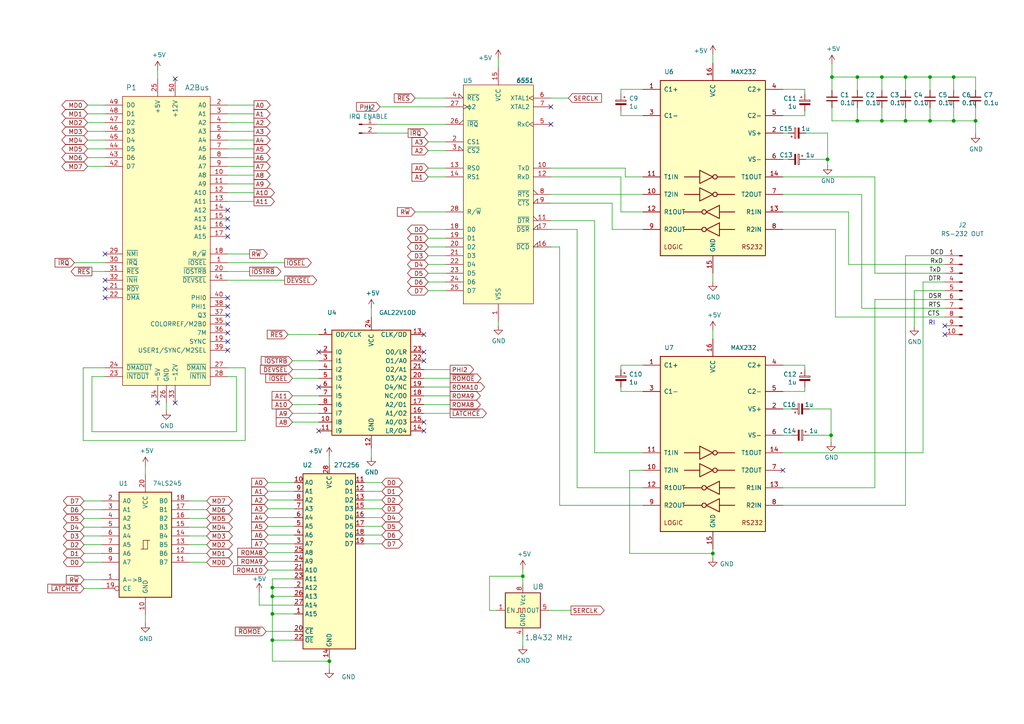
<source format=kicad_sch>
(kicad_sch (version 20230121) (generator eeschema)
  (paper "A4")
  (lib_symbols
    (symbol "65xx:6551" (pin_names (offset 1.016))
      (property "Reference" "U" (at -10.16 33.02 0))
      (property "Value" "6551" (at 0 0 90))
      (symbol "6551_1_1"
        (pin power_in line (at 0 -36.83 90) (length 5.08) (name "VSS") (number "1"))
        (pin output line (at 15.24 7.62 180) (length 5.08) (name "TxD") (number "10"))
        (pin output output_low (at 15.24 -7.62 180) (length 5.08) (name "~{DTR}") (number "11"))
        (pin input line (at 15.24 5.08 180) (length 5.08) (name "RxD") (number "12"))
        (pin input line (at -15.24 7.62 0) (length 5.08) (name "RS0") (number "13"))
        (pin input line (at -15.24 5.08 0) (length 5.08) (name "RS1") (number "14"))
        (pin power_in line (at 0 36.83 270) (length 5.08) (name "VCC") (number "15"))
        (pin input input_low (at 15.24 -15.24 180) (length 5.08) (name "~{DCD}") (number "16"))
        (pin input input_low (at 15.24 -10.16 180) (length 5.08) (name "~{DSR}") (number "17"))
        (pin bidirectional line (at -15.24 -10.16 0) (length 5.08) (name "D0") (number "18"))
        (pin bidirectional line (at -15.24 -12.7 0) (length 5.08) (name "D1") (number "19"))
        (pin input line (at -15.24 15.24 0) (length 5.08) (name "CS1") (number "2"))
        (pin bidirectional line (at -15.24 -15.24 0) (length 5.08) (name "D2") (number "20"))
        (pin bidirectional line (at -15.24 -17.78 0) (length 5.08) (name "D3") (number "21"))
        (pin bidirectional line (at -15.24 -20.32 0) (length 5.08) (name "D4") (number "22"))
        (pin bidirectional line (at -15.24 -22.86 0) (length 5.08) (name "D5") (number "23"))
        (pin bidirectional line (at -15.24 -25.4 0) (length 5.08) (name "D6") (number "24"))
        (pin bidirectional line (at -15.24 -27.94 0) (length 5.08) (name "D7") (number "25"))
        (pin open_collector output_low (at -15.24 20.32 0) (length 5.08) (name "~{IRQ}") (number "26"))
        (pin input clock (at -15.24 25.4 0) (length 5.08) (name "ϕ2") (number "27"))
        (pin input line (at -15.24 -5.08 0) (length 5.08) (name "R/~{W}") (number "28"))
        (pin input input_low (at -15.24 12.7 0) (length 5.08) (name "~{CS2}") (number "3"))
        (pin input input_low (at -15.24 27.94 0) (length 5.08) (name "~{RES}") (number "4"))
        (pin bidirectional clock (at 15.24 20.32 180) (length 5.08) (name "RxC") (number "5"))
        (pin input clock (at 15.24 27.94 180) (length 5.08) (name "XTAL1") (number "6"))
        (pin output line (at 15.24 25.4 180) (length 5.08) (name "XTAL2") (number "7"))
        (pin output output_low (at 15.24 0 180) (length 5.08) (name "~{RTS}") (number "8"))
        (pin input input_low (at 15.24 -2.54 180) (length 5.08) (name "~{CTS}") (number "9"))
      )
    )
    (symbol "74xx:74HC245" (pin_names (offset 1.016))
      (property "Reference" "U" (at -7.62 16.51 0))
      (property "Value" "74HC245" (at -7.62 -16.51 0))
      (symbol "74HC245_1_0"
        (pin input line (at -12.7 -10.16 0) (length 5.08) (name "A->B") (number "1"))
        (pin power_in line (at 0 -20.32 90) (length 5.08) (name "GND") (number "10"))
        (pin tri_state line (at 12.7 -5.08 180) (length 5.08) (name "B7") (number "11"))
        (pin tri_state line (at 12.7 -2.54 180) (length 5.08) (name "B6") (number "12"))
        (pin tri_state line (at 12.7 0 180) (length 5.08) (name "B5") (number "13"))
        (pin tri_state line (at 12.7 2.54 180) (length 5.08) (name "B4") (number "14"))
        (pin tri_state line (at 12.7 5.08 180) (length 5.08) (name "B3") (number "15"))
        (pin tri_state line (at 12.7 7.62 180) (length 5.08) (name "B2") (number "16"))
        (pin tri_state line (at 12.7 10.16 180) (length 5.08) (name "B1") (number "17"))
        (pin tri_state line (at 12.7 12.7 180) (length 5.08) (name "B0") (number "18"))
        (pin input inverted (at -12.7 -12.7 0) (length 5.08) (name "CE") (number "19"))
        (pin tri_state line (at -12.7 12.7 0) (length 5.08) (name "A0") (number "2"))
        (pin power_in line (at 0 20.32 270) (length 5.08) (name "VCC") (number "20"))
        (pin tri_state line (at -12.7 10.16 0) (length 5.08) (name "A1") (number "3"))
        (pin tri_state line (at -12.7 7.62 0) (length 5.08) (name "A2") (number "4"))
        (pin tri_state line (at -12.7 5.08 0) (length 5.08) (name "A3") (number "5"))
        (pin tri_state line (at -12.7 2.54 0) (length 5.08) (name "A4") (number "6"))
        (pin tri_state line (at -12.7 0 0) (length 5.08) (name "A5") (number "7"))
        (pin tri_state line (at -12.7 -2.54 0) (length 5.08) (name "A6") (number "8"))
        (pin tri_state line (at -12.7 -5.08 0) (length 5.08) (name "A7") (number "9"))
      )
    )
    (symbol "Connector:Conn_01x02_Pin" (pin_names (offset 1.016) hide)
      (property "Reference" "J" (at 0 2.54 0))
      (property "Value" "Conn_01x02_Pin" (at 0 -5.08 0))
      (symbol "Conn_01x02_Pin_1_1"
        (pin passive line (at 5.08 0 180) (length 3.81) (name "Pin_1") (number "1"))
        (pin passive line (at 5.08 -2.54 180) (length 3.81) (name "Pin_2") (number "2"))
      )
    )
    (symbol "Connector:Conn_01x10_Pin" (pin_names (offset 1.016) hide)
      (property "Reference" "J" (at 0 12.7 0))
      (property "Value" "Conn_01x10_Pin" (at 0 -15.24 0))
      (symbol "Conn_01x10_Pin_1_1"
        (pin passive line (at 5.08 10.16 180) (length 3.81) (name "Pin_1") (number "1"))
        (pin passive line (at 5.08 -12.7 180) (length 3.81) (name "Pin_10") (number "10"))
        (pin passive line (at 5.08 7.62 180) (length 3.81) (name "Pin_2") (number "2"))
        (pin passive line (at 5.08 5.08 180) (length 3.81) (name "Pin_3") (number "3"))
        (pin passive line (at 5.08 2.54 180) (length 3.81) (name "Pin_4") (number "4"))
        (pin passive line (at 5.08 0 180) (length 3.81) (name "Pin_5") (number "5"))
        (pin passive line (at 5.08 -2.54 180) (length 3.81) (name "Pin_6") (number "6"))
        (pin passive line (at 5.08 -5.08 180) (length 3.81) (name "Pin_7") (number "7"))
        (pin passive line (at 5.08 -7.62 180) (length 3.81) (name "Pin_8") (number "8"))
        (pin passive line (at 5.08 -10.16 180) (length 3.81) (name "Pin_9") (number "9"))
      )
    )
    (symbol "Device:C_Polarized_Small" (pin_numbers hide) (pin_names (offset 0.254) hide)
      (property "Reference" "C" (at 0.254 1.778 0))
      (property "Value" "C_Polarized_Small" (at 0.254 -2.032 0))
      (symbol "C_Polarized_Small_1_1"
        (pin passive line (at 0 2.54 270) (length 1.8542) (name "~") (number "1"))
        (pin passive line (at 0 -2.54 90) (length 1.8542) (name "~") (number "2"))
      )
    )
    (symbol "Device:C_Small" (pin_numbers hide) (pin_names (offset 0.254) hide)
      (property "Reference" "C" (at 0.254 1.778 0))
      (property "Value" "C_Small" (at 0.254 -2.032 0))
      (symbol "C_Small_1_1"
        (pin passive line (at 0 2.54 270) (length 2.032) (name "~") (number "1"))
        (pin passive line (at 0 -2.54 90) (length 2.032) (name "~") (number "2"))
      )
    )
    (symbol "Interface_UART:MAX232" (pin_names (offset 1.016))
      (property "Reference" "U" (at -2.54 28.575 0))
      (property "Value" "MAX232" (at -2.54 26.67 0))
      (symbol "MAX232_0_0"
        (text "LOGIC" (at -11.43 -22.86 0) (effects (font (size 1.27 1.27))))
        (text "RS232" (at 11.43 -22.86 0) (effects (font (size 1.27 1.27))))
      )
      (symbol "MAX232_1_1"
        (pin passive line (at -20.32 22.86 0) (length 5.08) (name "C1+") (number "1"))
        (pin input line (at -20.32 -7.62 0) (length 5.08) (name "T2IN") (number "10"))
        (pin input line (at -20.32 -2.54 0) (length 5.08) (name "T1IN") (number "11"))
        (pin output line (at -20.32 -12.7 0) (length 5.08) (name "R1OUT") (number "12"))
        (pin input line (at 20.32 -12.7 180) (length 5.08) (name "R1IN") (number "13"))
        (pin output line (at 20.32 -2.54 180) (length 5.08) (name "T1OUT") (number "14"))
        (pin power_in line (at 0 -30.48 90) (length 5.08) (name "GND") (number "15"))
        (pin power_in line (at 0 30.48 270) (length 5.08) (name "VCC") (number "16"))
        (pin power_out line (at 20.32 10.16 180) (length 5.08) (name "VS+") (number "2"))
        (pin passive line (at -20.32 15.24 0) (length 5.08) (name "C1-") (number "3"))
        (pin passive line (at 20.32 22.86 180) (length 5.08) (name "C2+") (number "4"))
        (pin passive line (at 20.32 15.24 180) (length 5.08) (name "C2-") (number "5"))
        (pin power_out line (at 20.32 2.54 180) (length 5.08) (name "VS-") (number "6"))
        (pin output line (at 20.32 -7.62 180) (length 5.08) (name "T2OUT") (number "7"))
        (pin input line (at 20.32 -17.78 180) (length 5.08) (name "R2IN") (number "8"))
        (pin output line (at -20.32 -17.78 0) (length 5.08) (name "R2OUT") (number "9"))
      )
    )
    (symbol "Logic_Programmable:PAL24" (pin_names (offset 1.016))
      (property "Reference" "U" (at -11.938 17.526 0))
      (property "Value" "PAL24" (at 9.906 17.526 0))
      (symbol "PAL24_1_1"
        (pin passive line (at -15.24 15.24 0) (length 3.81) (name "OD/CLK") (number "1"))
        (pin passive line (at -15.24 -10.16 0) (length 3.81) (name "I8") (number "10"))
        (pin passive line (at -15.24 -12.7 0) (length 3.81) (name "I9") (number "11"))
        (pin passive line (at 0 -17.78 90) (length 3.81) (name "GND") (number "12"))
        (pin passive line (at 15.24 15.24 180) (length 3.81) (name "CLK/OD") (number "13"))
        (pin passive line (at 15.24 -12.7 180) (length 3.81) (name "LR/O4") (number "14"))
        (pin passive line (at 15.24 -10.16 180) (length 3.81) (name "A0/O3") (number "15"))
        (pin passive line (at 15.24 -7.62 180) (length 3.81) (name "A1/O2") (number "16"))
        (pin passive line (at 15.24 -5.08 180) (length 3.81) (name "A2/O1") (number "17"))
        (pin passive line (at 15.24 -2.54 180) (length 3.81) (name "NC/O0") (number "18"))
        (pin passive line (at 15.24 0 180) (length 3.81) (name "O4/NC") (number "19"))
        (pin passive line (at -15.24 10.16 0) (length 3.81) (name "I0") (number "2"))
        (pin passive line (at 15.24 2.54 180) (length 3.81) (name "O3/A2") (number "20"))
        (pin passive line (at 15.24 5.08 180) (length 3.81) (name "O2/A1") (number "21"))
        (pin passive line (at 15.24 7.62 180) (length 3.81) (name "O1/A0") (number "22"))
        (pin passive line (at 15.24 10.16 180) (length 3.81) (name "O0/LR") (number "23"))
        (pin passive line (at 0 20.32 270) (length 3.81) (name "VCC") (number "24"))
        (pin passive line (at -15.24 7.62 0) (length 3.81) (name "I1") (number "3"))
        (pin passive line (at -15.24 5.08 0) (length 3.81) (name "I2") (number "4"))
        (pin passive line (at -15.24 2.54 0) (length 3.81) (name "I3") (number "5"))
        (pin passive line (at -15.24 0 0) (length 3.81) (name "I4") (number "6"))
        (pin passive line (at -15.24 -2.54 0) (length 3.81) (name "I5") (number "7"))
        (pin passive line (at -15.24 -5.08 0) (length 3.81) (name "I6") (number "8"))
        (pin passive line (at -15.24 -7.62 0) (length 3.81) (name "I7") (number "9"))
      )
    )
    (symbol "Memory_EPROM:27C512"
      (property "Reference" "U" (at -7.62 26.67 0))
      (property "Value" "27C512" (at 2.54 -26.67 0))
      (symbol "27C512_1_1"
        (pin input line (at -10.16 -15.24 0) (length 2.54) (name "A15") (number "1"))
        (pin input line (at -10.16 22.86 0) (length 2.54) (name "A0") (number "10"))
        (pin tri_state line (at 10.16 22.86 180) (length 2.54) (name "D0") (number "11"))
        (pin tri_state line (at 10.16 20.32 180) (length 2.54) (name "D1") (number "12"))
        (pin tri_state line (at 10.16 17.78 180) (length 2.54) (name "D2") (number "13"))
        (pin power_in line (at 0 -27.94 90) (length 2.54) (name "GND") (number "14"))
        (pin tri_state line (at 10.16 15.24 180) (length 2.54) (name "D3") (number "15"))
        (pin tri_state line (at 10.16 12.7 180) (length 2.54) (name "D4") (number "16"))
        (pin tri_state line (at 10.16 10.16 180) (length 2.54) (name "D5") (number "17"))
        (pin tri_state line (at 10.16 7.62 180) (length 2.54) (name "D6") (number "18"))
        (pin tri_state line (at 10.16 5.08 180) (length 2.54) (name "D7") (number "19"))
        (pin input line (at -10.16 -7.62 0) (length 2.54) (name "A12") (number "2"))
        (pin input line (at -10.16 -20.32 0) (length 2.54) (name "~{CE}") (number "20"))
        (pin input line (at -10.16 -2.54 0) (length 2.54) (name "A10") (number "21"))
        (pin input line (at -10.16 -22.86 0) (length 2.54) (name "~{OE}") (number "22"))
        (pin input line (at -10.16 -5.08 0) (length 2.54) (name "A11") (number "23"))
        (pin input line (at -10.16 0 0) (length 2.54) (name "A9") (number "24"))
        (pin input line (at -10.16 2.54 0) (length 2.54) (name "A8") (number "25"))
        (pin input line (at -10.16 -10.16 0) (length 2.54) (name "A13") (number "26"))
        (pin input line (at -10.16 -12.7 0) (length 2.54) (name "A14") (number "27"))
        (pin power_in line (at 0 27.94 270) (length 2.54) (name "VCC") (number "28"))
        (pin input line (at -10.16 5.08 0) (length 2.54) (name "A7") (number "3"))
        (pin input line (at -10.16 7.62 0) (length 2.54) (name "A6") (number "4"))
        (pin input line (at -10.16 10.16 0) (length 2.54) (name "A5") (number "5"))
        (pin input line (at -10.16 12.7 0) (length 2.54) (name "A4") (number "6"))
        (pin input line (at -10.16 15.24 0) (length 2.54) (name "A3") (number "7"))
        (pin input line (at -10.16 17.78 0) (length 2.54) (name "A2") (number "8"))
        (pin input line (at -10.16 20.32 0) (length 2.54) (name "A1") (number "9"))
      )
    )
    (symbol "Oscillator:CXO_DIP8" (pin_names (offset 0.254))
      (property "Reference" "X" (at -5.08 6.35 0))
      (property "Value" "CXO_DIP8" (at 1.27 -6.35 0))
      (symbol "CXO_DIP8_1_1"
        (pin input line (at -7.62 0 0) (length 2.54) (name "EN") (number "1"))
        (pin power_in line (at 0 -7.62 90) (length 2.54) (name "GND") (number "4"))
        (pin output line (at 7.62 0 180) (length 2.54) (name "OUT") (number "5"))
        (pin power_in line (at 0 7.62 270) (length 2.54) (name "Vcc") (number "8"))
      )
    )
    (symbol "apple2:A2Bus" (pin_names (offset 1.016))
      (property "Reference" "P" (at -6.35 45.085 0))
      (property "Value" "A2Bus" (at -6.35 42.545 0))
      (symbol "A2Bus_1_1"
        (pin output line (at 17.78 -7.62 180) (length 5.08) (name "~{IOSEL}") (number "1"))
        (pin bidirectional line (at 17.78 17.78 180) (length 5.08) (name "A8") (number "10"))
        (pin bidirectional line (at 17.78 15.24 180) (length 5.08) (name "A9") (number "11"))
        (pin bidirectional line (at 17.78 12.7 180) (length 5.08) (name "A10") (number "12"))
        (pin bidirectional line (at 17.78 10.16 180) (length 5.08) (name "A11") (number "13"))
        (pin bidirectional line (at 17.78 7.62 180) (length 5.08) (name "A12") (number "14"))
        (pin bidirectional line (at 17.78 5.08 180) (length 5.08) (name "A13") (number "15"))
        (pin bidirectional line (at 17.78 2.54 180) (length 5.08) (name "A14") (number "16"))
        (pin bidirectional line (at 17.78 0 180) (length 5.08) (name "A15") (number "17"))
        (pin bidirectional line (at 17.78 -5.08 180) (length 5.08) (name "R/~{W}") (number "18"))
        (pin output line (at 17.78 -30.48 180) (length 5.08) (name "SYNC") (number "19"))
        (pin bidirectional line (at 17.78 38.1 180) (length 5.08) (name "A0") (number "2"))
        (pin output line (at 17.78 -10.16 180) (length 5.08) (name "~{IOSTRB}") (number "20"))
        (pin input line (at -17.78 -15.24 0) (length 5.08) (name "~{RDY}") (number "21"))
        (pin input line (at -17.78 -17.78 0) (length 5.08) (name "~{DMA}") (number "22"))
        (pin input line (at -17.78 -40.64 0) (length 5.08) (name "~{INTOUT}") (number "23"))
        (pin input line (at -17.78 -38.1 0) (length 5.08) (name "~{DMAOUT}") (number "24"))
        (pin power_out line (at -2.54 45.72 270) (length 5.08) (name "+5V") (number "25"))
        (pin power_out line (at 0 -48.26 90) (length 5.08) (name "GND") (number "26"))
        (pin output line (at 17.78 -38.1 180) (length 5.08) (name "~{DMAIN}") (number "27"))
        (pin output line (at 17.78 -40.64 180) (length 5.08) (name "~{INTIN}") (number "28"))
        (pin input line (at -17.78 -5.08 0) (length 5.08) (name "~{NMI}") (number "29"))
        (pin bidirectional line (at 17.78 35.56 180) (length 5.08) (name "A1") (number "3"))
        (pin input line (at -17.78 -7.62 0) (length 5.08) (name "~{IRQ}") (number "30"))
        (pin bidirectional line (at -17.78 -10.16 0) (length 5.08) (name "~{RES}") (number "31"))
        (pin input line (at -17.78 -12.7 0) (length 5.08) (name "~{INH}") (number "32"))
        (pin power_out line (at 2.54 -48.26 90) (length 5.08) (name "-12V") (number "33"))
        (pin power_out line (at -2.54 -48.26 90) (length 5.08) (name "-5V") (number "34"))
        (pin output line (at 17.78 -25.4 180) (length 5.08) (name "COLORREF/M2B0") (number "35"))
        (pin output line (at 17.78 -27.94 180) (length 5.08) (name "7M") (number "36"))
        (pin output line (at 17.78 -22.86 180) (length 5.08) (name "Q3") (number "37"))
        (pin output line (at 17.78 -20.32 180) (length 5.08) (name "PHI1") (number "38"))
        (pin output line (at 17.78 -33.02 180) (length 5.08) (name "USER1/SYNC/M2SEL") (number "39"))
        (pin bidirectional line (at 17.78 33.02 180) (length 5.08) (name "A2") (number "4"))
        (pin output line (at 17.78 -17.78 180) (length 5.08) (name "PHI0") (number "40"))
        (pin output line (at 17.78 -12.7 180) (length 5.08) (name "~{DEVSEL}") (number "41"))
        (pin bidirectional line (at -17.78 20.32 0) (length 5.08) (name "D7") (number "42"))
        (pin bidirectional line (at -17.78 22.86 0) (length 5.08) (name "D6") (number "43"))
        (pin bidirectional line (at -17.78 25.4 0) (length 5.08) (name "D5") (number "44"))
        (pin bidirectional line (at -17.78 27.94 0) (length 5.08) (name "D4") (number "45"))
        (pin bidirectional line (at -17.78 30.48 0) (length 5.08) (name "D3") (number "46"))
        (pin bidirectional line (at -17.78 33.02 0) (length 5.08) (name "D2") (number "47"))
        (pin bidirectional line (at -17.78 35.56 0) (length 5.08) (name "D1") (number "48"))
        (pin bidirectional line (at -17.78 38.1 0) (length 5.08) (name "D0") (number "49"))
        (pin bidirectional line (at 17.78 30.48 180) (length 5.08) (name "A3") (number "5"))
        (pin power_out line (at 2.54 45.72 270) (length 5.08) (name "+12V") (number "50"))
        (pin bidirectional line (at 17.78 27.94 180) (length 5.08) (name "A4") (number "6"))
        (pin bidirectional line (at 17.78 25.4 180) (length 5.08) (name "A5") (number "7"))
        (pin bidirectional line (at 17.78 22.86 180) (length 5.08) (name "A6") (number "8"))
        (pin bidirectional line (at 17.78 20.32 180) (length 5.08) (name "A7") (number "9"))
      )
    )
    (symbol "power:+5V" (power) (pin_names (offset 0))
      (property "Value" "+5V" (at 0 3.556 0))
      (symbol "+5V_1_1"
        (pin power_in line (at 0 0 90) (length 0) hide (name "+5V") (number "1"))
      )
    )
    (symbol "power:GND" (power) (pin_names (offset 0))
      (property "Value" "GND" (at 0 -3.81 0))
      (symbol "GND_1_1"
        (pin power_in line (at 0 0 270) (length 0) hide (name "GND") (number "1"))
      )
    )
  )
  (junction (at 262.636 35.052))
  (junction (at 269.748 22.352))
  (junction (at 241.046 126.238))
  (junction (at 206.756 160.528))
  (junction (at 95.504 191.77))
  (junction (at 255.778 22.352))
  (junction (at 241.3 22.352))
  (junction (at 151.638 167.132))
  (junction (at 276.606 35.052))
  (junction (at 276.606 22.352))
  (junction (at 262.636 22.352))
  (junction (at 240.03 46.228))
  (junction (at 248.666 35.052))
  (junction (at 78.994 178.054))
  (junction (at 255.778 35.052))
  (junction (at 78.994 170.434))
  (junction (at 78.994 172.974))
  (junction (at 78.994 185.674))
  (junction (at 282.956 35.052))
  (junction (at 248.666 22.352))
  (junction (at 269.748 35.052))
  (no_connect (at 30.48 81.28))
  (no_connect (at 66.04 99.06))
  (no_connect (at 122.936 122.428))
  (no_connect (at 50.8 22.86))
  (no_connect (at 159.766 36.068))
  (no_connect (at 66.04 68.58))
  (no_connect (at 92.456 102.108))
  (no_connect (at 66.04 60.96))
  (no_connect (at 122.936 104.648))
  (no_connect (at 122.936 97.028))
  (no_connect (at 92.456 112.268))
  (no_connect (at 92.456 124.968))
  (no_connect (at 66.04 86.36))
  (no_connect (at 66.04 88.9))
  (no_connect (at 45.72 116.84))
  (no_connect (at 30.48 86.36))
  (no_connect (at 66.04 101.6))
  (no_connect (at 30.48 73.66))
  (no_connect (at 122.936 124.968))
  (no_connect (at 66.04 93.98))
  (no_connect (at 50.8 116.84))
  (no_connect (at 159.766 30.988))
  (no_connect (at 274.066 94.488))
  (no_connect (at 66.04 96.52))
  (no_connect (at 66.04 91.44))
  (no_connect (at 30.48 83.82))
  (no_connect (at 66.04 63.5))
  (no_connect (at 66.04 66.04))
  (no_connect (at 227.076 136.398))
  (no_connect (at 274.066 97.028))
  (no_connect (at 122.936 102.108))
  (wire (pts (xy 66.04 53.34) (xy 73.66 53.34)))
  (wire (pts (xy 180.086 105.918) (xy 186.436 105.918)))
  (wire (pts (xy 180.086 51.308) (xy 180.086 61.468)))
  (wire (pts (xy 180.086 107.188) (xy 180.086 105.918)))
  (wire (pts (xy 227.076 131.318) (xy 267.716 131.318)))
  (wire (pts (xy 180.086 33.528) (xy 180.086 32.258)))
  (wire (pts (xy 241.3 35.052) (xy 248.666 35.052)))
  (wire (pts (xy 227.076 126.238) (xy 229.616 126.238)))
  (wire (pts (xy 85.344 142.494) (xy 77.724 142.494)))
  (wire (pts (xy 262.636 35.052) (xy 269.748 35.052)))
  (wire (pts (xy 186.436 33.528) (xy 180.086 33.528)))
  (wire (pts (xy 227.076 56.388) (xy 249.936 56.388)))
  (wire (pts (xy 25.4 43.18) (xy 30.48 43.18)))
  (wire (pts (xy 240.03 46.228) (xy 240.03 48.006)))
  (wire (pts (xy 124.206 81.788) (xy 129.286 81.788)))
  (wire (pts (xy 85.344 165.354) (xy 77.724 165.354)))
  (wire (pts (xy 159.766 71.628) (xy 162.306 71.628)))
  (wire (pts (xy 234.696 118.618) (xy 241.046 118.618)))
  (wire (pts (xy 206.756 95.758) (xy 206.756 98.298)))
  (wire (pts (xy 66.04 76.2) (xy 82.55 76.2)))
  (wire (pts (xy 181.356 48.768) (xy 181.356 51.308)))
  (wire (pts (xy 241.046 118.618) (xy 241.046 126.238)))
  (wire (pts (xy 120.396 61.468) (xy 129.286 61.468)))
  (wire (pts (xy 75.184 175.514) (xy 85.344 175.514)))
  (wire (pts (xy 26.67 125.222) (xy 68.58 125.222)))
  (wire (pts (xy 282.956 35.052) (xy 282.956 38.862)))
  (wire (pts (xy 24.384 163.068) (xy 29.464 163.068)))
  (wire (pts (xy 78.994 167.894) (xy 78.994 170.434)))
  (wire (pts (xy 24.384 168.148) (xy 29.464 168.148)))
  (wire (pts (xy 24.384 157.988) (xy 29.464 157.988)))
  (wire (pts (xy 269.748 31.242) (xy 269.748 35.052)))
  (wire (pts (xy 85.344 152.654) (xy 77.724 152.654)))
  (wire (pts (xy 159.766 48.768) (xy 181.356 48.768)))
  (wire (pts (xy 124.206 71.628) (xy 129.286 71.628)))
  (wire (pts (xy 186.436 113.538) (xy 180.086 113.538)))
  (wire (pts (xy 24.384 150.368) (xy 29.464 150.368)))
  (wire (pts (xy 25.4 45.72) (xy 30.48 45.72)))
  (wire (pts (xy 109.22 38.608) (xy 118.364 38.608)))
  (wire (pts (xy 262.636 31.242) (xy 262.636 35.052)))
  (wire (pts (xy 110.744 155.194) (xy 105.664 155.194)))
  (wire (pts (xy 233.426 27.178) (xy 233.426 25.908)))
  (wire (pts (xy 124.206 84.328) (xy 129.286 84.328)))
  (wire (pts (xy 276.606 22.352) (xy 276.606 26.162)))
  (wire (pts (xy 68.58 109.22) (xy 66.04 109.22)))
  (wire (pts (xy 25.4 38.1) (xy 30.48 38.1)))
  (wire (pts (xy 85.344 162.814) (xy 77.724 162.814)))
  (wire (pts (xy 24.384 147.828) (xy 29.464 147.828)))
  (wire (pts (xy 59.944 152.908) (xy 54.864 152.908)))
  (wire (pts (xy 276.606 35.052) (xy 282.956 35.052)))
  (wire (pts (xy 274.066 84.328) (xy 265.176 84.328)))
  (wire (pts (xy 25.4 40.64) (xy 30.48 40.64)))
  (wire (pts (xy 25.4 48.26) (xy 30.48 48.26)))
  (wire (pts (xy 159.766 56.388) (xy 186.436 56.388)))
  (wire (pts (xy 122.936 119.888) (xy 130.556 119.888)))
  (wire (pts (xy 181.356 51.308) (xy 186.436 51.308)))
  (wire (pts (xy 26.67 78.74) (xy 30.48 78.74)))
  (wire (pts (xy 66.04 58.42) (xy 73.66 58.42)))
  (wire (pts (xy 25.4 30.48) (xy 30.48 30.48)))
  (wire (pts (xy 151.638 184.658) (xy 151.638 187.198)))
  (wire (pts (xy 92.456 104.648) (xy 84.836 104.648)))
  (wire (pts (xy 78.994 191.77) (xy 95.504 191.77)))
  (wire (pts (xy 246.126 76.708) (xy 274.066 76.708)))
  (wire (pts (xy 122.936 107.188) (xy 130.556 107.188)))
  (wire (pts (xy 124.206 41.148) (xy 129.286 41.148)))
  (wire (pts (xy 110.744 147.574) (xy 105.664 147.574)))
  (wire (pts (xy 66.04 78.74) (xy 72.39 78.74)))
  (wire (pts (xy 172.466 131.318) (xy 186.436 131.318)))
  (wire (pts (xy 167.386 141.478) (xy 167.386 66.548)))
  (wire (pts (xy 248.666 22.352) (xy 255.778 22.352)))
  (wire (pts (xy 233.426 107.188) (xy 233.426 105.918)))
  (wire (pts (xy 172.466 64.008) (xy 172.466 131.318)))
  (wire (pts (xy 92.456 119.888) (xy 84.836 119.888)))
  (wire (pts (xy 144.526 17.018) (xy 144.526 19.558)))
  (wire (pts (xy 68.58 125.222) (xy 68.58 109.22)))
  (wire (pts (xy 269.748 22.352) (xy 276.606 22.352)))
  (wire (pts (xy 227.076 146.558) (xy 262.636 146.558)))
  (wire (pts (xy 75.184 171.704) (xy 75.184 175.514)))
  (wire (pts (xy 110.744 152.654) (xy 105.664 152.654)))
  (wire (pts (xy 248.666 22.352) (xy 248.666 26.162)))
  (wire (pts (xy 206.756 15.748) (xy 206.756 18.288)))
  (wire (pts (xy 233.68 46.228) (xy 240.03 46.228)))
  (wire (pts (xy 83.566 97.028) (xy 92.456 97.028)))
  (wire (pts (xy 24.13 127.762) (xy 71.12 127.762)))
  (wire (pts (xy 24.384 155.448) (xy 29.464 155.448)))
  (wire (pts (xy 124.206 79.248) (xy 129.286 79.248)))
  (wire (pts (xy 110.744 157.734) (xy 105.664 157.734)))
  (wire (pts (xy 66.04 35.56) (xy 73.66 35.56)))
  (wire (pts (xy 66.04 48.26) (xy 73.66 48.26)))
  (wire (pts (xy 92.456 117.348) (xy 84.836 117.348)))
  (wire (pts (xy 233.426 105.918) (xy 227.076 105.918)))
  (wire (pts (xy 159.766 58.928) (xy 177.546 58.928)))
  (wire (pts (xy 267.716 81.788) (xy 274.066 81.788)))
  (wire (pts (xy 122.936 109.728) (xy 130.556 109.728)))
  (wire (pts (xy 78.994 178.054) (xy 78.994 185.674)))
  (wire (pts (xy 95.504 132.334) (xy 95.504 134.874)))
  (wire (pts (xy 92.456 109.728) (xy 84.836 109.728)))
  (wire (pts (xy 227.076 38.608) (xy 228.6 38.608)))
  (wire (pts (xy 122.936 117.348) (xy 130.556 117.348)))
  (wire (pts (xy 21.59 76.2) (xy 30.48 76.2)))
  (wire (pts (xy 282.956 26.162) (xy 282.956 22.352)))
  (wire (pts (xy 85.344 155.194) (xy 77.724 155.194)))
  (wire (pts (xy 66.04 45.72) (xy 73.66 45.72)))
  (wire (pts (xy 30.48 106.68) (xy 24.13 106.68)))
  (wire (pts (xy 227.076 51.308) (xy 253.746 51.308)))
  (wire (pts (xy 71.12 106.68) (xy 66.04 106.68)))
  (wire (pts (xy 227.076 33.528) (xy 233.426 33.528)))
  (wire (pts (xy 124.206 76.708) (xy 129.286 76.708)))
  (wire (pts (xy 24.384 152.908) (xy 29.464 152.908)))
  (wire (pts (xy 180.086 61.468) (xy 186.436 61.468)))
  (wire (pts (xy 59.944 150.368) (xy 54.864 150.368)))
  (wire (pts (xy 107.696 89.408) (xy 107.696 91.948)))
  (wire (pts (xy 227.076 46.228) (xy 228.6 46.228)))
  (wire (pts (xy 141.986 177.038) (xy 144.018 177.038)))
  (wire (pts (xy 45.72 20.32) (xy 45.72 22.86)))
  (wire (pts (xy 267.716 131.318) (xy 267.716 81.788)))
  (wire (pts (xy 85.344 150.114) (xy 77.724 150.114)))
  (wire (pts (xy 92.456 114.808) (xy 84.836 114.808)))
  (wire (pts (xy 66.04 30.48) (xy 73.66 30.48)))
  (wire (pts (xy 274.066 86.868) (xy 253.746 86.868)))
  (wire (pts (xy 253.746 141.478) (xy 227.076 141.478)))
  (wire (pts (xy 248.666 22.352) (xy 241.3 22.352)))
  (wire (pts (xy 92.456 122.428) (xy 84.836 122.428)))
  (wire (pts (xy 249.936 89.408) (xy 274.066 89.408)))
  (wire (pts (xy 124.206 66.548) (xy 129.286 66.548)))
  (wire (pts (xy 242.316 91.948) (xy 242.316 66.548)))
  (wire (pts (xy 276.606 31.242) (xy 276.606 35.052)))
  (wire (pts (xy 241.3 22.352) (xy 241.3 26.162)))
  (wire (pts (xy 180.086 27.178) (xy 180.086 25.908)))
  (wire (pts (xy 42.164 178.308) (xy 42.164 180.848)))
  (wire (pts (xy 66.04 55.88) (xy 73.66 55.88)))
  (wire (pts (xy 206.756 79.248) (xy 206.756 81.788)))
  (wire (pts (xy 25.4 33.02) (xy 30.48 33.02)))
  (wire (pts (xy 92.456 107.188) (xy 84.836 107.188)))
  (wire (pts (xy 24.384 160.528) (xy 29.464 160.528)))
  (wire (pts (xy 110.744 145.034) (xy 105.664 145.034)))
  (wire (pts (xy 85.344 160.274) (xy 77.724 160.274)))
  (wire (pts (xy 248.666 35.052) (xy 255.778 35.052)))
  (wire (pts (xy 42.164 135.128) (xy 42.164 137.668)))
  (wire (pts (xy 269.748 22.352) (xy 269.748 26.162)))
  (wire (pts (xy 59.944 145.288) (xy 54.864 145.288)))
  (wire (pts (xy 206.756 160.528) (xy 206.756 161.798)))
  (wire (pts (xy 159.766 64.008) (xy 172.466 64.008)))
  (wire (pts (xy 124.206 74.168) (xy 129.286 74.168)))
  (wire (pts (xy 110.744 150.114) (xy 105.664 150.114)))
  (wire (pts (xy 227.076 118.618) (xy 229.616 118.618)))
  (wire (pts (xy 233.68 38.608) (xy 240.03 38.608)))
  (wire (pts (xy 122.936 112.268) (xy 130.556 112.268)))
  (wire (pts (xy 107.696 130.048) (xy 107.696 132.588)))
  (wire (pts (xy 66.04 40.64) (xy 73.66 40.64)))
  (wire (pts (xy 25.4 35.56) (xy 30.48 35.56)))
  (wire (pts (xy 24.384 170.688) (xy 29.464 170.688)))
  (wire (pts (xy 129.286 30.988) (xy 110.236 30.988)))
  (wire (pts (xy 182.626 136.398) (xy 182.626 160.528)))
  (wire (pts (xy 95.504 191.77) (xy 95.504 194.056)))
  (wire (pts (xy 162.306 71.628) (xy 162.306 146.558)))
  (wire (pts (xy 66.04 33.02) (xy 73.66 33.02)))
  (wire (pts (xy 253.746 51.308) (xy 253.746 79.248)))
  (wire (pts (xy 59.944 147.828) (xy 54.864 147.828)))
  (wire (pts (xy 144.526 93.218) (xy 144.526 94.488)))
  (wire (pts (xy 255.778 22.352) (xy 255.778 26.162)))
  (wire (pts (xy 30.48 109.22) (xy 26.67 109.22)))
  (wire (pts (xy 182.626 160.528) (xy 206.756 160.528)))
  (wire (pts (xy 242.316 66.548) (xy 227.076 66.548)))
  (wire (pts (xy 85.344 167.894) (xy 78.994 167.894)))
  (wire (pts (xy 124.206 69.088) (xy 129.286 69.088)))
  (wire (pts (xy 66.04 43.18) (xy 73.66 43.18)))
  (wire (pts (xy 233.426 113.538) (xy 233.426 112.268)))
  (wire (pts (xy 66.04 73.66) (xy 72.39 73.66)))
  (wire (pts (xy 162.306 146.558) (xy 186.436 146.558)))
  (wire (pts (xy 59.944 163.068) (xy 54.864 163.068)))
  (wire (pts (xy 262.636 22.352) (xy 255.778 22.352)))
  (wire (pts (xy 186.436 141.478) (xy 167.386 141.478)))
  (wire (pts (xy 180.086 113.538) (xy 180.086 112.268)))
  (wire (pts (xy 269.748 35.052) (xy 276.606 35.052)))
  (wire (pts (xy 255.778 31.242) (xy 255.778 35.052)))
  (wire (pts (xy 85.344 147.574) (xy 77.724 147.574)))
  (wire (pts (xy 151.638 165.1) (xy 151.638 167.132)))
  (wire (pts (xy 85.344 145.034) (xy 77.724 145.034)))
  (wire (pts (xy 206.756 159.258) (xy 206.756 160.528)))
  (wire (pts (xy 71.12 127.762) (xy 71.12 106.68)))
  (wire (pts (xy 24.384 145.288) (xy 29.464 145.288)))
  (wire (pts (xy 110.744 142.494) (xy 105.664 142.494)))
  (wire (pts (xy 85.344 170.434) (xy 78.994 170.434)))
  (wire (pts (xy 120.396 28.448) (xy 129.286 28.448)))
  (wire (pts (xy 177.546 58.928) (xy 177.546 66.548)))
  (wire (pts (xy 262.636 22.352) (xy 269.748 22.352)))
  (wire (pts (xy 124.206 43.688) (xy 129.286 43.688)))
  (wire (pts (xy 59.944 155.448) (xy 54.864 155.448)))
  (wire (pts (xy 186.436 136.398) (xy 182.626 136.398)))
  (wire (pts (xy 24.13 106.68) (xy 24.13 127.762)))
  (wire (pts (xy 85.344 185.674) (xy 78.994 185.674)))
  (wire (pts (xy 59.944 157.988) (xy 54.864 157.988)))
  (wire (pts (xy 167.386 66.548) (xy 159.766 66.548)))
  (wire (pts (xy 274.066 91.948) (xy 242.316 91.948)))
  (wire (pts (xy 48.26 116.84) (xy 48.26 119.126)))
  (wire (pts (xy 122.936 114.808) (xy 130.556 114.808)))
  (wire (pts (xy 262.636 74.168) (xy 274.066 74.168)))
  (wire (pts (xy 282.956 31.242) (xy 282.956 35.052)))
  (wire (pts (xy 164.846 28.448) (xy 159.766 28.448)))
  (wire (pts (xy 110.744 139.954) (xy 105.664 139.954)))
  (wire (pts (xy 240.03 38.608) (xy 240.03 46.228)))
  (wire (pts (xy 255.778 35.052) (xy 262.636 35.052)))
  (wire (pts (xy 151.638 167.132) (xy 141.986 167.132)))
  (wire (pts (xy 262.636 22.352) (xy 262.636 26.162)))
  (wire (pts (xy 265.176 84.328) (xy 265.176 94.742)))
  (wire (pts (xy 180.086 25.908) (xy 186.436 25.908)))
  (wire (pts (xy 262.636 146.558) (xy 262.636 74.168)))
  (wire (pts (xy 241.3 31.242) (xy 241.3 35.052)))
  (wire (pts (xy 66.04 38.1) (xy 73.66 38.1)))
  (wire (pts (xy 66.04 81.28) (xy 82.55 81.28)))
  (wire (pts (xy 253.746 79.248) (xy 274.066 79.248)))
  (wire (pts (xy 234.696 126.238) (xy 241.046 126.238)))
  (wire (pts (xy 227.076 113.538) (xy 233.426 113.538)))
  (wire (pts (xy 85.344 139.954) (xy 77.724 139.954)))
  (wire (pts (xy 141.986 167.132) (xy 141.986 177.038)))
  (wire (pts (xy 124.206 51.308) (xy 129.286 51.308)))
  (wire (pts (xy 159.258 177.038) (xy 165.608 177.038)))
  (wire (pts (xy 78.994 170.434) (xy 78.994 172.974)))
  (wire (pts (xy 78.994 172.974) (xy 78.994 178.054)))
  (wire (pts (xy 246.126 61.468) (xy 246.126 76.708)))
  (wire (pts (xy 66.04 50.8) (xy 73.66 50.8)))
  (wire (pts (xy 95.504 190.754) (xy 95.504 191.77)))
  (wire (pts (xy 282.956 22.352) (xy 276.606 22.352)))
  (wire (pts (xy 85.344 157.734) (xy 77.724 157.734)))
  (wire (pts (xy 241.3 18.542) (xy 241.3 22.352)))
  (wire (pts (xy 26.67 109.22) (xy 26.67 125.222)))
  (wire (pts (xy 227.076 61.468) (xy 246.126 61.468)))
  (wire (pts (xy 249.936 56.388) (xy 249.936 89.408)))
  (wire (pts (xy 151.638 167.132) (xy 151.638 169.418)))
  (wire (pts (xy 253.746 86.868) (xy 253.746 141.478)))
  (wire (pts (xy 59.944 160.528) (xy 54.864 160.528)))
  (wire (pts (xy 233.426 33.528) (xy 233.426 32.258)))
  (wire (pts (xy 85.344 172.974) (xy 78.994 172.974)))
  (wire (pts (xy 233.426 25.908) (xy 227.076 25.908)))
  (wire (pts (xy 85.344 183.134) (xy 77.216 183.134)))
  (wire (pts (xy 248.666 31.242) (xy 248.666 35.052)))
  (wire (pts (xy 177.546 66.548) (xy 186.436 66.548)))
  (wire (pts (xy 78.994 178.054) (xy 85.344 178.054)))
  (wire (pts (xy 124.206 48.768) (xy 129.286 48.768)))
  (wire (pts (xy 78.994 185.674) (xy 78.994 191.77)))
  (wire (pts (xy 109.22 36.068) (xy 129.286 36.068)))
  (wire (pts (xy 159.766 51.308) (xy 180.086 51.308)))
  (wire (pts (xy 241.046 126.238) (xy 241.046 128.27)))
  (text "RI" (at 269.24 94.488 0) (effects (font (size 1.27 1.27)) (justify left bottom)))
  (label "DCD" (at 269.748 74.168 0))
  (label "DTR" (at 269.24 81.788 0))
  (label "DSR" (at 269.24 86.868 0))
  (label "CTS" (at 268.986 91.948 0))
  (label "RTS" (at 269.24 89.408 0))
  (label "RxD" (at 269.748 76.708 0))
  (label "TxD" (at 269.494 79.248 0))
  (global_label "D5" (shape bidirectional) (at 110.744 152.654 0) (property "Intersheetrefs" "${INTERSHEET_REFS}" (effects hide)))
  (global_label "R~{W}" (shape output) (at 72.39 73.66 0) (property "Intersheetrefs" "${INTERSHEET_REFS}" (effects hide)))
  (global_label "A3" (shape input) (at 77.724 147.574 180) (property "Intersheetrefs" "${INTERSHEET_REFS}" (effects hide)))
  (global_label "A5" (shape output) (at 73.66 43.18 0) (property "Intersheetrefs" "${INTERSHEET_REFS}" (effects hide)))
  (global_label "SERCLK" (shape input) (at 164.846 28.448 0) (property "Intersheetrefs" "${INTERSHEET_REFS}" (effects hide)))
  (global_label "~{IRQ}" (shape input) (at 21.59 76.2 180) (property "Intersheetrefs" "${INTERSHEET_REFS}" (effects hide)))
  (global_label "ROMA9" (shape input) (at 77.724 162.814 180) (property "Intersheetrefs" "${INTERSHEET_REFS}" (effects hide)))
  (global_label "A2" (shape output) (at 73.66 35.56 0) (property "Intersheetrefs" "${INTERSHEET_REFS}" (effects hide)))
  (global_label "A9" (shape input) (at 84.836 119.888 180) (property "Intersheetrefs" "${INTERSHEET_REFS}" (effects hide)))
  (global_label "D1" (shape bidirectional) (at 24.384 160.528 180) (property "Intersheetrefs" "${INTERSHEET_REFS}" (effects hide)))
  (global_label "A6" (shape output) (at 73.66 45.72 0) (property "Intersheetrefs" "${INTERSHEET_REFS}" (effects hide)))
  (global_label "~{LATCHCE}" (shape output) (at 130.556 119.888 0) (property "Intersheetrefs" "${INTERSHEET_REFS}" (effects hide)))
  (global_label "D4" (shape bidirectional) (at 24.384 152.908 180) (property "Intersheetrefs" "${INTERSHEET_REFS}" (effects hide)))
  (global_label "~{IOSEL}" (shape input) (at 84.836 109.728 180) (property "Intersheetrefs" "${INTERSHEET_REFS}" (effects hide)))
  (global_label "D4" (shape bidirectional) (at 124.206 76.708 180) (property "Intersheetrefs" "${INTERSHEET_REFS}" (effects hide)))
  (global_label "PHI2" (shape output) (at 130.556 107.188 0) (property "Intersheetrefs" "${INTERSHEET_REFS}" (effects hide)))
  (global_label "~{ROMOE}" (shape input) (at 77.216 183.134 180) (property "Intersheetrefs" "${INTERSHEET_REFS}" (effects hide)))
  (global_label "~{IOSTRB}" (shape output) (at 72.39 78.74 0) (property "Intersheetrefs" "${INTERSHEET_REFS}" (effects hide)))
  (global_label "D3" (shape bidirectional) (at 110.744 147.574 0) (property "Intersheetrefs" "${INTERSHEET_REFS}" (effects hide)))
  (global_label "A8" (shape input) (at 84.836 122.428 180) (property "Intersheetrefs" "${INTERSHEET_REFS}" (effects hide)))
  (global_label "MD6" (shape bidirectional) (at 25.4 45.72 180) (property "Intersheetrefs" "${INTERSHEET_REFS}" (effects hide)))
  (global_label "D6" (shape bidirectional) (at 24.384 147.828 180) (property "Intersheetrefs" "${INTERSHEET_REFS}" (effects hide)))
  (global_label "A10" (shape output) (at 73.66 55.88 0) (property "Intersheetrefs" "${INTERSHEET_REFS}" (effects hide)))
  (global_label "ROMA9" (shape output) (at 130.556 114.808 0) (property "Intersheetrefs" "${INTERSHEET_REFS}" (effects hide)))
  (global_label "MD1" (shape bidirectional) (at 25.4 33.02 180) (property "Intersheetrefs" "${INTERSHEET_REFS}" (effects hide)))
  (global_label "MD6" (shape bidirectional) (at 59.944 147.828 0) (property "Intersheetrefs" "${INTERSHEET_REFS}" (effects hide)))
  (global_label "D5" (shape bidirectional) (at 124.206 79.248 180) (property "Intersheetrefs" "${INTERSHEET_REFS}" (effects hide)))
  (global_label "A2" (shape input) (at 77.724 145.034 180) (property "Intersheetrefs" "${INTERSHEET_REFS}" (effects hide)))
  (global_label "~{DEVSEL}" (shape output) (at 82.55 81.28 0) (property "Intersheetrefs" "${INTERSHEET_REFS}" (effects hide)))
  (global_label "MD3" (shape bidirectional) (at 59.944 155.448 0) (property "Intersheetrefs" "${INTERSHEET_REFS}" (effects hide)))
  (global_label "A6" (shape input) (at 77.724 155.194 180) (property "Intersheetrefs" "${INTERSHEET_REFS}" (effects hide)))
  (global_label "~{RES}" (shape input) (at 83.566 97.028 180) (property "Intersheetrefs" "${INTERSHEET_REFS}" (effects hide)))
  (global_label "~{RES}" (shape input) (at 120.396 28.448 180) (property "Intersheetrefs" "${INTERSHEET_REFS}" (effects hide)))
  (global_label "~{DEVSEL}" (shape input) (at 84.836 107.188 180) (property "Intersheetrefs" "${INTERSHEET_REFS}" (effects hide)))
  (global_label "MD0" (shape bidirectional) (at 59.944 163.068 0) (property "Intersheetrefs" "${INTERSHEET_REFS}" (effects hide)))
  (global_label "MD0" (shape bidirectional) (at 25.4 30.48 180) (property "Intersheetrefs" "${INTERSHEET_REFS}" (effects hide)))
  (global_label "~{LATCHCE}" (shape input) (at 24.384 170.688 180) (property "Intersheetrefs" "${INTERSHEET_REFS}" (effects hide)))
  (global_label "~{RES}" (shape output) (at 26.67 78.74 180) (property "Intersheetrefs" "${INTERSHEET_REFS}" (effects hide)))
  (global_label "MD4" (shape bidirectional) (at 59.944 152.908 0) (property "Intersheetrefs" "${INTERSHEET_REFS}" (effects hide)))
  (global_label "MD5" (shape bidirectional) (at 25.4 43.18 180) (property "Intersheetrefs" "${INTERSHEET_REFS}" (effects hide)))
  (global_label "A5" (shape input) (at 77.724 152.654 180) (property "Intersheetrefs" "${INTERSHEET_REFS}" (effects hide)))
  (global_label "A8" (shape output) (at 73.66 50.8 0) (property "Intersheetrefs" "${INTERSHEET_REFS}" (effects hide)))
  (global_label "MD2" (shape bidirectional) (at 25.4 35.56 180) (property "Intersheetrefs" "${INTERSHEET_REFS}" (effects hide)))
  (global_label "ROMA8" (shape input) (at 77.724 160.274 180) (property "Intersheetrefs" "${INTERSHEET_REFS}" (effects hide)))
  (global_label "D3" (shape bidirectional) (at 124.206 74.168 180) (property "Intersheetrefs" "${INTERSHEET_REFS}" (effects hide)))
  (global_label "MD1" (shape bidirectional) (at 59.944 160.528 0) (property "Intersheetrefs" "${INTERSHEET_REFS}" (effects hide)))
  (global_label "D0" (shape bidirectional) (at 124.206 66.548 180) (property "Intersheetrefs" "${INTERSHEET_REFS}" (effects hide)))
  (global_label "MD3" (shape bidirectional) (at 25.4 38.1 180) (property "Intersheetrefs" "${INTERSHEET_REFS}" (effects hide)))
  (global_label "D3" (shape bidirectional) (at 24.384 155.448 180) (property "Intersheetrefs" "${INTERSHEET_REFS}" (effects hide)))
  (global_label "D6" (shape bidirectional) (at 110.744 155.194 0) (property "Intersheetrefs" "${INTERSHEET_REFS}" (effects hide)))
  (global_label "D7" (shape bidirectional) (at 24.384 145.288 180) (property "Intersheetrefs" "${INTERSHEET_REFS}" (effects hide)))
  (global_label "SERCLK" (shape output) (at 165.608 177.038 0) (property "Intersheetrefs" "${INTERSHEET_REFS}" (effects hide)))
  (global_label "A1" (shape input) (at 124.206 51.308 180) (property "Intersheetrefs" "${INTERSHEET_REFS}" (effects hide)))
  (global_label "R~{W}" (shape input) (at 120.396 61.468 180) (property "Intersheetrefs" "${INTERSHEET_REFS}" (effects hide)))
  (global_label "ROMA8" (shape output) (at 130.556 117.348 0) (property "Intersheetrefs" "${INTERSHEET_REFS}" (effects hide)))
  (global_label "D2" (shape bidirectional) (at 24.384 157.988 180) (property "Intersheetrefs" "${INTERSHEET_REFS}" (effects hide)))
  (global_label "A11" (shape output) (at 73.66 58.42 0) (property "Intersheetrefs" "${INTERSHEET_REFS}" (effects hide)))
  (global_label "MD5" (shape bidirectional) (at 59.944 150.368 0) (property "Intersheetrefs" "${INTERSHEET_REFS}" (effects hide)))
  (global_label "R~{W}" (shape input) (at 24.384 168.148 180) (property "Intersheetrefs" "${INTERSHEET_REFS}" (effects hide)))
  (global_label "MD4" (shape bidirectional) (at 25.4 40.64 180) (property "Intersheetrefs" "${INTERSHEET_REFS}" (effects hide)))
  (global_label "D2" (shape bidirectional) (at 124.206 71.628 180) (property "Intersheetrefs" "${INTERSHEET_REFS}" (effects hide)))
  (global_label "D7" (shape bidirectional) (at 124.206 84.328 180) (property "Intersheetrefs" "${INTERSHEET_REFS}" (effects hide)))
  (global_label "ROMA10" (shape output) (at 130.556 112.268 0) (property "Intersheetrefs" "${INTERSHEET_REFS}" (effects hide)))
  (global_label "D5" (shape bidirectional) (at 24.384 150.368 180) (property "Intersheetrefs" "${INTERSHEET_REFS}" (effects hide)))
  (global_label "A2" (shape input) (at 124.206 43.688 180) (property "Intersheetrefs" "${INTERSHEET_REFS}" (effects hide)))
  (global_label "A4" (shape output) (at 73.66 40.64 0) (property "Intersheetrefs" "${INTERSHEET_REFS}" (effects hide)))
  (global_label "D2" (shape bidirectional) (at 110.744 145.034 0) (property "Intersheetrefs" "${INTERSHEET_REFS}" (effects hide)))
  (global_label "A10" (shape input) (at 84.836 117.348 180) (property "Intersheetrefs" "${INTERSHEET_REFS}" (effects hide)))
  (global_label "MD2" (shape bidirectional) (at 59.944 157.988 0) (property "Intersheetrefs" "${INTERSHEET_REFS}" (effects hide)))
  (global_label "D7" (shape bidirectional) (at 110.744 157.734 0) (property "Intersheetrefs" "${INTERSHEET_REFS}" (effects hide)))
  (global_label "~{ROMOE}" (shape output) (at 130.556 109.728 0) (property "Intersheetrefs" "${INTERSHEET_REFS}" (effects hide)))
  (global_label "~{IRQ}" (shape output) (at 118.364 38.608 0) (property "Intersheetrefs" "${INTERSHEET_REFS}" (effects hide)))
  (global_label "A4" (shape input) (at 77.724 150.114 180) (property "Intersheetrefs" "${INTERSHEET_REFS}" (effects hide)))
  (global_label "PHI2" (shape input) (at 110.236 30.988 180) (property "Intersheetrefs" "${INTERSHEET_REFS}" (effects hide)))
  (global_label "D1" (shape bidirectional) (at 110.744 142.494 0) (property "Intersheetrefs" "${INTERSHEET_REFS}" (effects hide)))
  (global_label "MD7" (shape bidirectional) (at 59.944 145.288 0) (property "Intersheetrefs" "${INTERSHEET_REFS}" (effects hide)))
  (global_label "D4" (shape bidirectional) (at 110.744 150.114 0) (property "Intersheetrefs" "${INTERSHEET_REFS}" (effects hide)))
  (global_label "A9" (shape output) (at 73.66 53.34 0) (property "Intersheetrefs" "${INTERSHEET_REFS}" (effects hide)))
  (global_label "D0" (shape bidirectional) (at 110.744 139.954 0) (property "Intersheetrefs" "${INTERSHEET_REFS}" (effects hide)))
  (global_label "A0" (shape input) (at 77.724 139.954 180) (property "Intersheetrefs" "${INTERSHEET_REFS}" (effects hide)))
  (global_label "ROMA10" (shape input) (at 77.724 165.354 180) (property "Intersheetrefs" "${INTERSHEET_REFS}" (effects hide)))
  (global_label "~{IOSTRB}" (shape input) (at 84.836 104.648 180) (property "Intersheetrefs" "${INTERSHEET_REFS}" (effects hide)))
  (global_label "A3" (shape input) (at 124.206 41.148 180) (property "Intersheetrefs" "${INTERSHEET_REFS}" (effects hide)))
  (global_label "A1" (shape input) (at 77.724 142.494 180) (property "Intersheetrefs" "${INTERSHEET_REFS}" (effects hide)))
  (global_label "D1" (shape bidirectional) (at 124.206 69.088 180) (property "Intersheetrefs" "${INTERSHEET_REFS}" (effects hide)))
  (global_label "D0" (shape bidirectional) (at 24.384 163.068 180) (property "Intersheetrefs" "${INTERSHEET_REFS}" (effects hide)))
  (global_label "A1" (shape output) (at 73.66 33.02 0) (property "Intersheetrefs" "${INTERSHEET_REFS}" (effects hide)))
  (global_label "A7" (shape output) (at 73.66 48.26 0) (property "Intersheetrefs" "${INTERSHEET_REFS}" (effects hide)))
  (global_label "A0" (shape output) (at 73.66 30.48 0) (property "Intersheetrefs" "${INTERSHEET_REFS}" (effects hide)))
  (global_label "A11" (shape input) (at 84.836 114.808 180) (property "Intersheetrefs" "${INTERSHEET_REFS}" (effects hide)))
  (global_label "~{IOSEL}" (shape output) (at 82.55 76.2 0) (property "Intersheetrefs" "${INTERSHEET_REFS}" (effects hide)))
  (global_label "MD7" (shape bidirectional) (at 25.4 48.26 180) (property "Intersheetrefs" "${INTERSHEET_REFS}" (effects hide)))
  (global_label "A7" (shape input) (at 77.724 157.734 180) (property "Intersheetrefs" "${INTERSHEET_REFS}" (effects hide)))
  (global_label "A3" (shape output) (at 73.66 38.1 0) (property "Intersheetrefs" "${INTERSHEET_REFS}" (effects hide)))
  (global_label "A0" (shape input) (at 124.206 48.768 180) (property "Intersheetrefs" "${INTERSHEET_REFS}" (effects hide)))
  (global_label "D6" (shape bidirectional) (at 124.206 81.788 180) (property "Intersheetrefs" "${INTERSHEET_REFS}" (effects hide)))
  (symbol (lib_id "65xx:6551") (at 144.526 56.388 0) (unit 1)
    (property "Reference" "U5" (at 135.636 23.368 0))
    (property "Value" "6551" (at 152.146 23.368 0) (effects (font bold italic)))
    (property "Footprint" "Package_DIP:DIP-28_W15.24mm" (effects hide))
    (property "Datasheet" "http://www.6502.org/documents/datasheets/mos/mos_6551_acia.pdf" (effects hide))
  )
  (symbol (lib_id "Memory_EPROM:27C512") (at 95.504 162.814 0) (unit 1)
    (property "Reference" "U2" (at 89.154 134.874 0))
    (property "Value" "27C256" (at 100.584 134.874 0))
    (property "Footprint" "Package_DIP:DIP-28_W15.24mm" (effects hide))
    (property "Datasheet" "http://ww1.microchip.com/downloads/en/DeviceDoc/doc0015.pdf" (effects hide))
  )
  (symbol (lib_id "apple2:A2Bus") (at 48.26 68.58 0) (unit 1)
    (property "Reference" "P1" (at 38.1 25.4 0) (effects (font (size 1.524 1.524))))
    (property "Value" "A2Bus" (at 57.15 25.4 0) (effects (font (size 1.524 1.524))))
    (property "Footprint" "Apple2-Bus:Male_Card-Edge_50_pin__100_mil" (effects hide))
    (property "Datasheet" "https://allpinouts.org/pinouts/connectors/buses/apple-ii-slot/" (effects hide))
  )
  (symbol (lib_id "power:+5V") (at 45.72 20.32 0) (unit 1)
    (property "Reference" "#PWR0101" (effects hide))
    (property "Value" "+5V" (at 46.101 15.9258 0))
  )
  (symbol (lib_id "power:GND") (at 48.26 119.126 0) (unit 1)
    (property "Reference" "#PWR0102" (effects hide))
    (property "Value" "GND" (at 48.387 123.5202 0))
  )
  (symbol (lib_id "74xx:74HC245") (at 42.164 157.988 0) (unit 1)
    (property "Reference" "U1" (at 35.814 140.208 0))
    (property "Value" "74LS245" (at 48.514 140.208 0))
    (property "Footprint" "Package_DIP:DIP-20_W7.62mm_Socket" (effects hide))
    (property "Datasheet" "http://www.ti.com/lit/gpn/sn74HC245" (effects hide))
  )
  (symbol (lib_id "power:+5V") (at 42.164 135.128 0) (unit 1)
    (property "Reference" "#PWR0103" (effects hide))
    (property "Value" "+5V" (at 42.545 130.7338 0))
  )
  (symbol (lib_id "power:GND") (at 42.164 180.848 0) (unit 1)
    (property "Reference" "#PWR0104" (effects hide))
    (property "Value" "GND" (at 42.291 185.2422 0))
  )
  (symbol (lib_id "Logic_Programmable:PAL24") (at 107.696 112.268 0) (unit 1)
    (property "Reference" "U4" (at 96.266 90.678 0))
    (property "Value" "GAL22V10D" (at 115.316 90.678 0))
    (property "Footprint" "Package_DIP:DIP-24_W7.62mm" (effects hide))
  )
  (symbol (lib_id "power:GND") (at 107.696 132.588 0) (unit 1)
    (property "Reference" "#PWR0119" (effects hide))
    (property "Value" "GND" (at 107.823 136.9822 0))
  )
  (symbol (lib_id "power:+5V") (at 107.696 89.408 0) (unit 1)
    (property "Reference" "#PWR0120" (effects hide))
    (property "Value" "+5V" (at 108.077 85.0138 0))
  )
  (symbol (lib_id "Interface_UART:MAX232") (at 206.756 48.768 0) (unit 1)
    (property "Reference" "U6" (at 194.056 20.828 0))
    (property "Value" "MAX232" (at 215.646 20.828 0))
    (property "Footprint" "Package_DIP:DIP-16_W7.62mm_Socket" (effects hide))
    (property "Datasheet" "http://www.ti.com/lit/ds/symlink/max232.pdf" (effects hide))
  )
  (symbol (lib_id "power:+5V") (at 95.504 132.334 0) (unit 1)
    (property "Reference" "#PWR0105" (effects hide))
    (property "Value" "+5V" (at 91.44 130.81 0))
  )
  (symbol (lib_id "power:+5V") (at 144.526 17.018 0) (unit 1)
    (property "Reference" "#PWR0116" (effects hide))
    (property "Value" "+5V" (at 140.716 16.764 0))
  )
  (symbol (lib_id "power:+5V") (at 206.756 15.748 0) (unit 1)
    (property "Reference" "#PWR0106" (effects hide))
    (property "Value" "+5V" (at 203.2 14.732 0))
  )
  (symbol (lib_id "power:GND") (at 95.504 194.056 0) (unit 1)
    (property "Reference" "#PWR0109" (effects hide))
    (property "Value" "GND" (at 101.092 196.342 0))
  )
  (symbol (lib_id "power:GND") (at 144.526 94.488 0) (unit 1)
    (property "Reference" "#PWR0110" (effects hide))
    (property "Value" "GND" (at 144.653 98.8822 0))
  )
  (symbol (lib_id "power:GND") (at 206.756 81.788 0) (unit 1)
    (property "Reference" "#PWR0111" (effects hide))
    (property "Value" "GND" (at 206.883 86.1822 0))
  )
  (symbol (lib_id "Device:C_Polarized_Small") (at 180.086 29.718 0) (mirror y) (unit 1)
    (property "Reference" "C9" (at 182.4228 28.5496 0) (effects (justify right)))
    (property "Value" "1u" (at 182.4228 30.861 0) (effects (justify right)))
    (property "Footprint" "Capacitor_THT:CP_Radial_D5.0mm_P2.50mm" (effects hide))
  )
  (symbol (lib_id "Device:C_Polarized_Small") (at 233.426 29.718 0) (unit 1)
    (property "Reference" "C11" (at 231.0892 28.5496 0) (effects (justify right)))
    (property "Value" "1u" (at 231.0892 30.861 0) (effects (justify right)))
    (property "Footprint" "Capacitor_THT:CP_Radial_D5.0mm_P2.50mm" (effects hide))
  )
  (symbol (lib_id "Device:C_Polarized_Small") (at 231.14 38.608 90) (unit 1)
    (property "Reference" "C15" (at 229.87 37.338 90) (effects (justify left)))
    (property "Value" "1u" (at 234.95 37.338 90) (effects (justify left)))
    (property "Footprint" "Capacitor_THT:CP_Radial_D5.0mm_P2.50mm" (effects hide))
  )
  (symbol (lib_id "Device:C_Polarized_Small") (at 231.14 46.228 270) (unit 1)
    (property "Reference" "C13" (at 226.06 44.958 90) (effects (justify left)))
    (property "Value" "1u" (at 233.68 44.958 90) (effects (justify left)))
    (property "Footprint" "Capacitor_THT:CP_Radial_D5.0mm_P2.50mm" (effects hide))
  )
  (symbol (lib_id "power:GND") (at 240.03 48.006 0) (unit 1)
    (property "Reference" "#PWR0112" (effects hide))
    (property "Value" "GND" (at 240.157 52.4002 0))
  )
  (symbol (lib_id "Device:C_Small") (at 269.748 28.702 0) (unit 1)
    (property "Reference" "C5" (at 272.0848 27.5336 0) (effects (justify left)))
    (property "Value" "0.1u" (at 272.0848 29.845 0) (effects (justify left)))
    (property "Footprint" "Capacitor_THT:C_Disc_D4.3mm_W1.9mm_P5.00mm" (effects hide))
  )
  (symbol (lib_id "Device:C_Small") (at 276.606 28.702 0) (unit 1)
    (property "Reference" "C6" (at 278.9428 27.5336 0) (effects (justify left)))
    (property "Value" "0.1u" (at 278.9428 29.845 0) (effects (justify left)))
    (property "Footprint" "Capacitor_THT:C_Disc_D4.3mm_W1.9mm_P5.00mm" (effects hide))
  )
  (symbol (lib_id "Device:C_Small") (at 282.956 28.702 0) (unit 1)
    (property "Reference" "C7" (at 285.2928 27.5336 0) (effects (justify left)))
    (property "Value" "0.1u" (at 285.2928 29.845 0) (effects (justify left)))
    (property "Footprint" "Capacitor_THT:C_Disc_D4.3mm_W1.9mm_P5.00mm" (effects hide))
  )
  (symbol (lib_id "Device:C_Small") (at 241.3 28.702 0) (unit 1)
    (property "Reference" "C1" (at 243.6368 27.5336 0) (effects (justify left)))
    (property "Value" "0.1u" (at 243.6368 29.845 0) (effects (justify left)))
    (property "Footprint" "Capacitor_THT:C_Disc_D4.3mm_W1.9mm_P5.00mm" (effects hide))
  )
  (symbol (lib_id "Device:C_Small") (at 248.666 28.702 0) (unit 1)
    (property "Reference" "C2" (at 251.0028 27.5336 0) (effects (justify left)))
    (property "Value" "0.1u" (at 251.0028 29.845 0) (effects (justify left)))
    (property "Footprint" "Capacitor_THT:C_Disc_D4.3mm_W1.9mm_P5.00mm" (effects hide))
  )
  (symbol (lib_id "Device:C_Small") (at 255.778 28.702 0) (unit 1)
    (property "Reference" "C3" (at 258.1148 27.5336 0) (effects (justify left)))
    (property "Value" "0.1u" (at 258.1148 29.845 0) (effects (justify left)))
    (property "Footprint" "Capacitor_THT:C_Disc_D4.3mm_W1.9mm_P5.00mm" (effects hide))
  )
  (symbol (lib_id "Device:C_Small") (at 262.636 28.702 0) (unit 1)
    (property "Reference" "C4" (at 264.9728 27.5336 0) (effects (justify left)))
    (property "Value" "0.1u" (at 264.9728 29.845 0) (effects (justify left)))
    (property "Footprint" "Capacitor_THT:C_Disc_D4.3mm_W1.9mm_P5.00mm" (effects hide))
  )
  (symbol (lib_id "power:GND") (at 282.956 38.862 0) (unit 1)
    (property "Reference" "#PWR02" (effects hide))
    (property "Value" "GND" (at 283.083 43.2562 0))
  )
  (symbol (lib_id "Interface_UART:MAX232") (at 206.756 128.778 0) (unit 1)
    (property "Reference" "U7" (at 194.056 100.838 0))
    (property "Value" "MAX232" (at 215.646 100.838 0))
    (property "Footprint" "Package_DIP:DIP-16_W7.62mm_Socket" (effects hide))
    (property "Datasheet" "http://www.ti.com/lit/ds/symlink/max232.pdf" (effects hide))
  )
  (symbol (lib_id "power:+5V") (at 206.756 95.758 0) (unit 1)
    (property "Reference" "#PWR0113" (effects hide))
    (property "Value" "+5V" (at 207.137 91.3638 0))
  )
  (symbol (lib_id "power:GND") (at 206.756 161.798 0) (unit 1)
    (property "Reference" "#PWR0114" (effects hide))
    (property "Value" "GND" (at 210.82 163.576 0))
  )
  (symbol (lib_id "Device:C_Polarized_Small") (at 180.086 109.728 0) (mirror y) (unit 1)
    (property "Reference" "C10" (at 182.4228 108.5596 0) (effects (justify right)))
    (property "Value" "1u" (at 182.4228 110.871 0) (effects (justify right)))
    (property "Footprint" "Capacitor_THT:CP_Radial_D5.0mm_P2.50mm" (effects hide))
  )
  (symbol (lib_id "power:+5V") (at 241.3 18.542 0) (unit 1)
    (property "Reference" "#PWR01" (effects hide))
    (property "Value" "+5V" (at 241.681 14.1478 0))
  )
  (symbol (lib_id "Connector:Conn_01x02_Pin") (at 104.14 36.068 0) (unit 1)
    (property "Reference" "J1" (at 106.8832 31.4706 0))
    (property "Value" "IRQ ENABLE" (at 106.8832 33.782 0))
    (property "Footprint" "Connector_PinHeader_2.54mm:PinHeader_1x02_P2.54mm_Vertical" (effects hide))
  )
  (symbol (lib_id "Device:C_Polarized_Small") (at 233.426 109.728 0) (unit 1)
    (property "Reference" "C12" (at 231.0892 108.5596 0) (effects (justify right)))
    (property "Value" "1u" (at 231.0892 110.871 0) (effects (justify right)))
    (property "Footprint" "Capacitor_THT:CP_Radial_D5.0mm_P2.50mm" (effects hide))
  )
  (symbol (lib_id "power:+5V") (at 75.184 171.704 0) (unit 1)
    (property "Reference" "#PWR0115" (effects hide))
    (property "Value" "+5V" (at 75.184 167.894 0))
  )
  (symbol (lib_id "Device:C_Polarized_Small") (at 232.156 118.618 90) (unit 1)
    (property "Reference" "C16" (at 230.886 117.348 90) (effects (justify left)))
    (property "Value" "1u" (at 235.966 117.348 90) (effects (justify left)))
    (property "Footprint" "Capacitor_THT:CP_Radial_D5.0mm_P2.50mm" (effects hide))
  )
  (symbol (lib_id "Device:C_Polarized_Small") (at 232.156 126.238 270) (unit 1)
    (property "Reference" "C14" (at 227.076 124.968 90) (effects (justify left)))
    (property "Value" "1u" (at 234.696 124.968 90) (effects (justify left)))
    (property "Footprint" "Capacitor_THT:CP_Radial_D5.0mm_P2.50mm" (effects hide))
  )
  (symbol (lib_id "power:GND") (at 241.046 128.27 0) (unit 1)
    (property "Reference" "#PWR0117" (effects hide))
    (property "Value" "GND" (at 241.173 132.6642 0))
  )
  (symbol (lib_id "Connector:Conn_01x10_Pin") (at 279.146 84.328 0) (mirror y) (unit 1)
    (property "Reference" "J2" (at 279.146 65.278 0))
    (property "Value" "RS-232 OUT" (at 279.146 67.818 0))
    (property "Footprint" "Connector_PinHeader_2.54mm:PinHeader_2x05_P2.54mm_Vertical" (effects hide))
  )
  (symbol (lib_id "power:GND") (at 265.176 94.742 0) (unit 1)
    (property "Reference" "#PWR0118" (effects hide))
    (property "Value" "GND" (at 265.303 99.1362 0))
  )
  (symbol (lib_id "Oscillator:CXO_DIP8") (at 151.638 177.038 0) (unit 1)
    (property "Reference" "U8" (at 157.734 170.18 0) (effects (font (size 1.524 1.524)) (justify right)))
    (property "Value" "1.8432 MHz" (at 166.116 184.912 0) (effects (font (size 1.524 1.524)) (justify right)))
    (property "Footprint" "Oscillator:Oscillator_DIP-8" (effects hide))
    (property "Datasheet" "http://cdn-reichelt.de/documents/datenblatt/B400/OSZI.pdf" (effects hide))
  )
  (symbol (lib_id "power:+5V") (at 151.638 165.1 0) (unit 1)
    (property "Reference" "#PWR03" (effects hide))
    (property "Value" "+5V" (at 152.019 160.7058 0))
  )
  (symbol (lib_id "power:GND") (at 151.638 187.198 0) (unit 1)
    (property "Reference" "#PWR04" (effects hide))
    (property "Value" "GND" (at 151.765 191.5922 0))
  )
)
</source>
